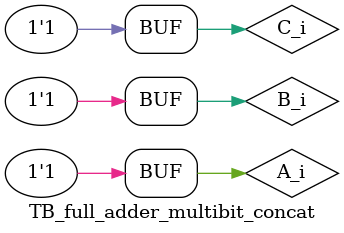
<source format=v>
module TB_full_adder_multibit_concat(
    // TB don't have I/O port
);

    reg             A_i;
    reg             B_i;
    reg             C_i;
    wire    [1:0]   F_o;

    // DUT inst
    full_adder_multibit_concat u_full_adder_multibit_concat(
        .A_i ( A_i ),
        .B_i ( B_i ),
        .C_i ( C_i ),
        .F_o ( F_o )
    );


    // Stimulus
    initial begin
        #0
        A_i = 1'b0;
        B_i = 1'b0;
        C_i = 1'b0;
        
        #5
        A_i = 1'b1;
        B_i = 1'b0;
        C_i = 1'b0;
        
        #5
        A_i = 1'b0;
        B_i = 1'b1;
        C_i = 1'b1;
        
        #5
        A_i = 1'b1;
        B_i = 1'b1;
        C_i = 1'b1;
    end

endmodule
</source>
